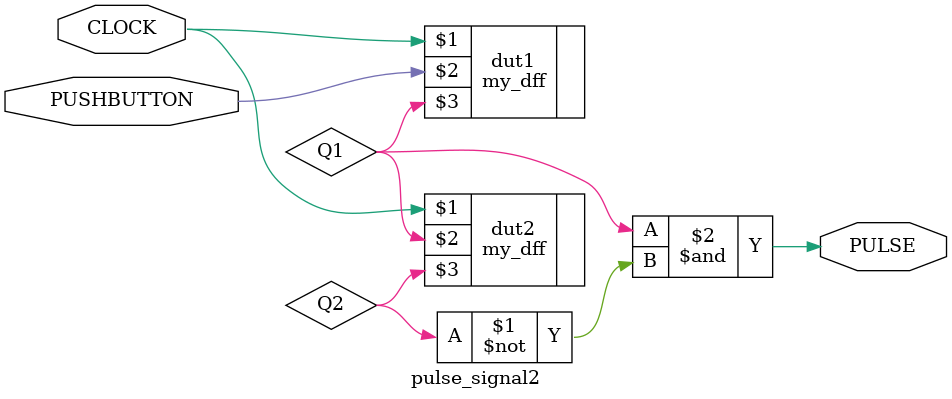
<source format=v>
`timescale 1ns / 1ps


module pulse_signal2(
    input PUSHBUTTON,
input CLOCK,
output PULSE
);

wire Q1;
wire Q2;
wire OUTCLOCK;


my_dff dut1(CLOCK, PUSHBUTTON, Q1);
my_dff dut2(CLOCK, Q1, Q2);

assign PULSE = (Q1 & ~Q2);

endmodule

</source>
